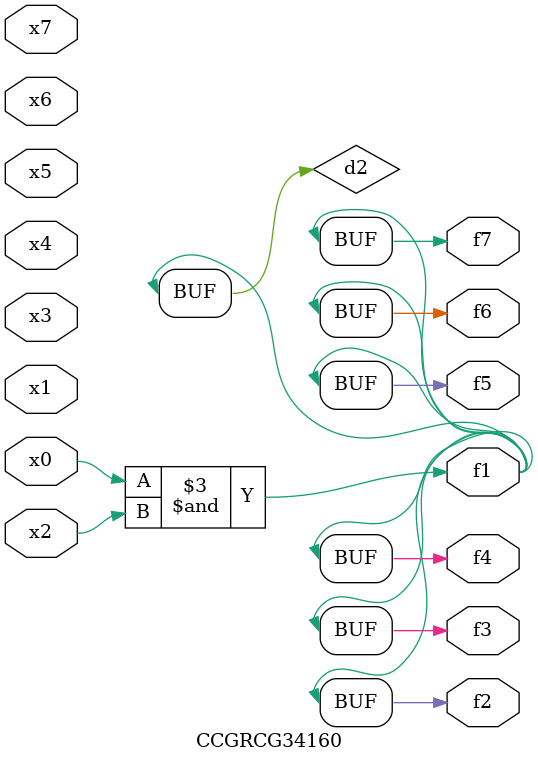
<source format=v>
module CCGRCG34160(
	input x0, x1, x2, x3, x4, x5, x6, x7,
	output f1, f2, f3, f4, f5, f6, f7
);

	wire d1, d2;

	nor (d1, x3, x6);
	and (d2, x0, x2);
	assign f1 = d2;
	assign f2 = d2;
	assign f3 = d2;
	assign f4 = d2;
	assign f5 = d2;
	assign f6 = d2;
	assign f7 = d2;
endmodule

</source>
